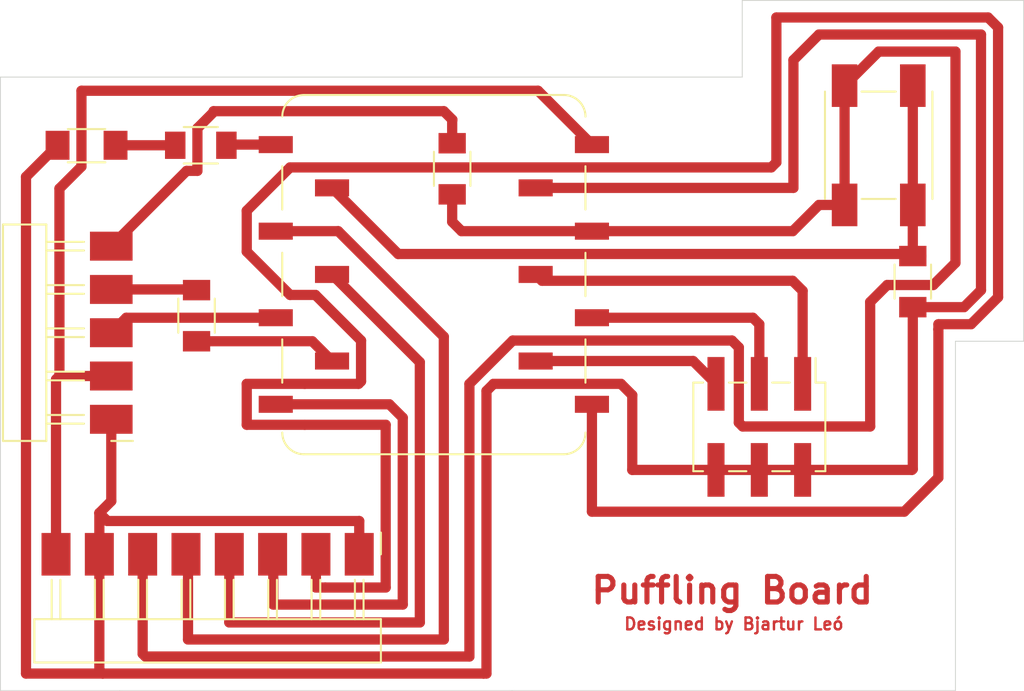
<source format=kicad_pcb>
(kicad_pcb (version 20241229) (generator "pcbnew") (generator_version "9.0")
  (layers (0 "F.Cu" signal) (2 "B.Cu" signal) (13 "F.Paste" user) (15 "B.Paste" user) (5 "F.SilkS" user "F.Silkscreen") (7 "B.SilkS" user "B.Silkscreen") (1 "F.Mask" user) (3 "B.Mask" user) (25 "Edge.Cuts" user))
  (net 0 "")
  (net 1 "Net-(D1-A)")
  (net 2 "/MAIN-4")
  (net 3 "PWR_GND")
  (net 4 "/MAIN-3")
  (net 5 "/MAIN-2")
  (net 6 "/MAIN-1")
  (net 7 "5V")
  (net 8 "3V")
  (net 9 "/SDA")
  (net 10 "/VERTICAL-3")
  (net 11 "/VERTICAL-1")
  (net 12 "/VERTICAL-2")
  (net 13 "/BUTTON")
  (net 14 "/SCL")
  (net 15 "/LED")
  (footprint "fab:PinHeader_01x08_P2.54mm_Horizontal_SMD" (layer "F.Cu") (at 130.54 84.5 -90)
    (property "Reference" "J2" (hide yes))
    (property "Value" "MAIN PINHEADER" (hide yes))
    (fp_line (start 3.81 19.05) (end 3.81 -1.27) (stroke (width 0.12)) (layer "F.SilkS"))
    (fp_line (start 6.35 19.05) (end 3.81 19.05) (stroke (width 0.12)) (layer "F.SilkS"))
    (fp_line (start 3.81 18.034) (end 1.5 18.034) (stroke (width 0.12)) (layer "F.SilkS"))
    (fp_line (start 3.81 17.526) (end 1.5 17.526) (stroke (width 0.12)) (layer "F.SilkS"))
    (fp_line (start 3.81 15.494) (end 1.5 15.5) (stroke (width 0.12)) (layer "F.SilkS"))
    (fp_line (start 3.81 14.986) (end 1.5 14.986) (stroke (width 0.12)) (layer "F.SilkS"))
    (fp_line (start 3.81 12.954) (end 1.5 12.954) (stroke (width 0.12)) (layer "F.SilkS"))
    (fp_line (start 3.81 12.446) (end 1.5 12.446) (stroke (width 0.12)) (layer "F.SilkS"))
    (fp_line (start 3.81 10.414) (end 1.5 10.414) (stroke (width 0.12)) (layer "F.SilkS"))
    (fp_line (start 3.81 9.906) (end 1.5 9.906) (stroke (width 0.12)) (layer "F.SilkS"))
    (fp_line (start 3.81 7.874) (end 1.5 7.874) (stroke (width 0.12)) (layer "F.SilkS"))
    (fp_line (start 3.81 7.366) (end 1.5 7.366) (stroke (width 0.12)) (layer "F.SilkS"))
    (fp_line (start 3.81 5.334) (end 1.5 5.334) (stroke (width 0.12)) (layer "F.SilkS"))
    (fp_line (start 3.81 4.826) (end 1.5 4.826) (stroke (width 0.12)) (layer "F.SilkS"))
    (fp_line (start 3.81 2.794) (end 1.5 2.794) (stroke (width 0.12)) (layer "F.SilkS"))
    (fp_line (start 3.81 2.286) (end 1.5 2.286) (stroke (width 0.12)) (layer "F.SilkS"))
    (fp_line (start 3.81 0.254) (end 1.5 0.254) (stroke (width 0.12)) (layer "F.SilkS"))
    (fp_line (start 3.81 -0.254) (end 1.5 -0.254) (stroke (width 0.12)) (layer "F.SilkS"))
    (fp_line (start -1.27 -1.27) (end 0 -1.27) (stroke (width 0.12)) (layer "F.SilkS"))
    (fp_line (start 3.81 -1.27) (end 6.35 -1.27) (stroke (width 0.12)) (layer "F.SilkS"))
    (fp_line (start 6.35 -1.27) (end 6.35 19.05) (stroke (width 0.12)) (layer "F.SilkS"))
    (pad "1" smd rect (at 0 0 270) (size 2.5 1.7) (layers "F.Cu" "F.Mask" "F.Paste") (net 3 "PWR_GND"))
    (pad "2" smd rect (at 0 2.54 270) (size 2.5 1.7) (layers "F.Cu" "F.Mask" "F.Paste") (net 2 "/MAIN-4"))
    (pad "3" smd rect (at 0 5.08 270) (size 2.5 1.7) (layers "F.Cu" "F.Mask" "F.Paste") (net 4 "/MAIN-3"))
    (pad "4" smd rect (at 0 7.62 270) (size 2.5 1.7) (layers "F.Cu" "F.Mask" "F.Paste") (net 5 "/MAIN-2"))
    (pad "5" smd rect (at 0 10.16 270) (size 2.5 1.7) (layers "F.Cu" "F.Mask" "F.Paste") (net 6 "/MAIN-1"))
    (pad "6" smd rect (at 0 12.7 270) (size 2.5 1.7) (layers "F.Cu" "F.Mask" "F.Paste") (net 8 "3V"))
    (pad "7" smd rect (at 0 15.24 270) (size 2.5 1.7) (layers "F.Cu" "F.Mask" "F.Paste") (net 3 "PWR_GND"))
    (pad "8" smd rect (at 0 17.78 270) (size 2.5 1.7) (layers "F.Cu" "F.Mask" "F.Paste") (net 7 "5V"))
  )
  (footprint "fab:Module_XIAO_Generic_SocketSMD" (layer "F.Cu") (at 134.915 68.08)
    (property "Reference" "M2" (hide yes))
    (property "Value" "XIAO" (hide yes))
    (fp_line (start -8.89 -6.35) (end -8.89 -3.81) (stroke (width 0.12)) (layer "F.SilkS"))
    (fp_line (start -8.89 -1.27) (end -8.89 1.27) (stroke (width 0.12)) (layer "F.SilkS"))
    (fp_line (start -8.89 3.81) (end -8.89 6.35) (stroke (width 0.12)) (layer "F.SilkS"))
    (fp_line (start -7.6175 -10.531) (end 7.6225 -10.531) (stroke (width 0.12)) (layer "F.SilkS"))
    (fp_line (start 7.6225 10.551) (end -7.6175 10.551) (stroke (width 0.12)) (layer "F.SilkS"))
    (fp_line (start 8.89 -6.35) (end 8.89 -3.81) (stroke (width 0.12)) (layer "F.SilkS"))
    (fp_line (start 8.89 -1.27) (end 8.89 1.27) (stroke (width 0.12)) (layer "F.SilkS"))
    (fp_line (start 8.89 3.81) (end 8.89 6.35) (stroke (width 0.12)) (layer "F.SilkS"))
    (fp_arc (start -8.8875 -9.261) (mid -8.515526 -10.159026) (end -7.6175 -10.531) (stroke (width 0.12)) (layer "F.SilkS"))
    (fp_arc (start -7.6175 10.551) (mid -8.515526 10.179026) (end -8.8875 9.281) (stroke (width 0.12)) (layer "F.SilkS"))
    (fp_arc (start 7.6225 -10.531) (mid 8.520526 -10.159026) (end 8.8925 -9.261) (stroke (width 0.12)) (layer "F.SilkS"))
    (fp_arc (start 8.8925 9.281) (mid 8.520526 10.179026) (end 7.6225 10.551) (stroke (width 0.12)) (layer "F.SilkS"))
    (pad "1" smd rect (at -9.27 -7.62) (size 2 1) (layers "F.Cu" "F.Mask" "F.Paste") (net 15 "/LED"))
    (pad "2" smd rect (at -5.97 -5.08) (size 2 1) (layers "F.Cu" "F.Mask" "F.Paste") (net 13 "/BUTTON"))
    (pad "3" smd rect (at -9.27 -2.54) (size 2 1) (layers "F.Cu" "F.Mask" "F.Paste") (net 6 "/MAIN-1"))
    (pad "4" smd rect (at -5.97 0) (size 2 1) (layers "F.Cu" "F.Mask" "F.Paste") (net 5 "/MAIN-2"))
    (pad "5" smd rect (at -9.27 2.54) (size 2 1) (layers "F.Cu" "F.Mask" "F.Paste") (net 9 "/SDA"))
    (pad "6" smd rect (at -5.97 5.08) (size 2 1) (layers "F.Cu" "F.Mask" "F.Paste") (net 14 "/SCL"))
    (pad "7" smd rect (at -9.27 7.62) (size 2 1) (layers "F.Cu" "F.Mask" "F.Paste") (net 4 "/MAIN-3"))
    (pad "8" smd rect (at 9.27 7.62) (size 2 1) (layers "F.Cu" "F.Mask" "F.Paste") (net 2 "/MAIN-4"))
    (pad "9" smd rect (at 5.97 5.08) (size 2 1) (layers "F.Cu" "F.Mask" "F.Paste") (net 10 "/VERTICAL-3"))
    (pad "10" smd rect (at 9.27 2.54) (size 2 1) (layers "F.Cu" "F.Mask" "F.Paste") (net 12 "/VERTICAL-2"))
    (pad "11" smd rect (at 5.97 0) (size 2 1) (layers "F.Cu" "F.Mask" "F.Paste") (net 11 "/VERTICAL-1"))
    (pad "12" smd rect (at 9.27 -2.54) (size 2 1) (layers "F.Cu" "F.Mask" "F.Paste") (net 8 "3V"))
    (pad "13" smd rect (at 5.97 -5.08) (size 2 1) (layers "F.Cu" "F.Mask" "F.Paste") (net 3 "PWR_GND"))
    (pad "14" smd rect (at 9.27 -7.62) (size 2 1) (layers "F.Cu" "F.Mask" "F.Paste") (net 7 "5V"))
  )
  (footprint "fab:R_1206" (layer "F.Cu") (at 135.99 61.88 -90)
    (property "Reference" "R4" (hide yes))
    (property "Value" "R0" (hide yes))
    (fp_line (start 1 1.07) (end -1 1.07) (stroke (width 0.12)) (layer "F.SilkS"))
    (fp_line (start -1 -1.07) (end 1 -1.07) (stroke (width 0.12)) (layer "F.SilkS"))
    (pad "1" smd rect (at -1.5 0 270) (size 1.2 1.6) (layers "F.Cu" "F.Mask" "F.Paste") (net 8 "3V"))
    (pad "2" smd rect (at 1.5 0 270) (size 1.2 1.6) (layers "F.Cu" "F.Mask" "F.Paste") (net 8 "3V"))
  )
  (footprint "fab:PinHeader_01x05_P2.54mm_Horizontal_SMD" (layer "F.Cu") (at 116 76.58 180)
    (property "Reference" "J3" (hide yes))
    (property "Value" "I2C" (hide yes))
    (fp_line (start 6.35 11.43) (end 3.81 11.43) (stroke (width 0.12)) (layer "F.SilkS"))
    (fp_line (start 6.35 -1.27) (end 6.35 11.43) (stroke (width 0.12)) (layer "F.SilkS"))
    (fp_line (start 3.81 11.43) (end 3.81 -1.27) (stroke (width 0.12)) (layer "F.SilkS"))
    (fp_line (start 3.81 10.414) (end 1.6 10.414) (stroke (width 0.12)) (layer "F.SilkS"))
    (fp_line (start 3.81 9.906) (end 1.6 9.906) (stroke (width 0.12)) (layer "F.SilkS"))
    (fp_line (start 3.81 7.874) (end 1.6 7.874) (stroke (width 0.12)) (layer "F.SilkS"))
    (fp_line (start 3.81 7.366) (end 1.6 7.366) (stroke (width 0.12)) (layer "F.SilkS"))
    (fp_line (start 3.81 5.334) (end 1.6 5.334) (stroke (width 0.12)) (layer "F.SilkS"))
    (fp_line (start 3.81 4.826) (end 1.6 4.826) (stroke (width 0.12)) (layer "F.SilkS"))
    (fp_line (start 3.81 2.794) (end 1.6 2.794) (stroke (width 0.12)) (layer "F.SilkS"))
    (fp_line (start 3.81 2.286) (end 1.6 2.286) (stroke (width 0.12)) (layer "F.SilkS"))
    (fp_line (start 3.81 0.254) (end 1.6 0.254) (stroke (width 0.12)) (layer "F.SilkS"))
    (fp_line (start 3.81 -0.254) (end 1.6 -0.254) (stroke (width 0.12)) (layer "F.SilkS"))
    (fp_line (start 3.81 -1.27) (end 6.35 -1.27) (stroke (width 0.12)) (layer "F.SilkS"))
    (fp_line (start -1.27 -1.27) (end 0 -1.27) (stroke (width 0.12)) (layer "F.SilkS"))
    (pad "1" smd rect (at 0 0 180) (size 2.5 1.7) (layers "F.Cu" "F.Mask" "F.Paste") (net 3 "PWR_GND"))
    (pad "2" smd rect (at 0 2.54 180) (size 2.5 1.7) (layers "F.Cu" "F.Mask" "F.Paste") (net 7 "5V"))
    (pad "3" smd rect (at 0 5.08 180) (size 2.5 1.7) (layers "F.Cu" "F.Mask" "F.Paste") (net 9 "/SDA"))
    (pad "4" smd rect (at 0 7.62 180) (size 2.5 1.7) (layers "F.Cu" "F.Mask" "F.Paste") (net 14 "/SCL"))
    (pad "5" smd rect (at 0 10.16 180) (size 2.5 1.7) (layers "F.Cu" "F.Mask" "F.Paste") (net 8 "3V"))
  )
  (footprint "fab:PinHeader_02x03_P2.54mm_Vertical_SMD" (layer "F.Cu") (at 154 77.025 -90)
    (property "Reference" "J4" (hide yes))
    (property "Value" "PINHEADER VERT" (hide yes))
    (fp_line (start -2.6 3.87) (end 2.6 3.87) (stroke (width 0.12)) (layer "F.SilkS"))
    (fp_line (start -2.6 3.3) (end -2.6 3.87) (stroke (width 0.12)) (layer "F.SilkS"))
    (fp_line (start 2.6 3.3) (end 2.6 3.87) (stroke (width 0.12)) (layer "F.SilkS"))
    (fp_line (start -2.6 0.76) (end -2.6 1.78) (stroke (width 0.12)) (layer "F.SilkS"))
    (fp_line (start 2.6 0.76) (end 2.6 1.78) (stroke (width 0.12)) (layer "F.SilkS"))
    (fp_line (start -2.6 -1.78) (end -2.6 -0.76) (stroke (width 0.12)) (layer "F.SilkS"))
    (fp_line (start 2.6 -1.78) (end 2.6 -0.76) (stroke (width 0.12)) (layer "F.SilkS"))
    (fp_line (start -4.04 -3.3) (end -2.6 -3.3) (stroke (width 0.12)) (layer "F.SilkS"))
    (fp_line (start -2.6 -3.87) (end -2.6 -3.3) (stroke (width 0.12)) (layer "F.SilkS"))
    (fp_line (start -2.6 -3.87) (end 2.6 -3.87) (stroke (width 0.12)) (layer "F.SilkS"))
    (fp_line (start 2.6 -3.87) (end 2.6 -3.3) (stroke (width 0.12)) (layer "F.SilkS"))
    (pad "1" smd rect (at -2.525 -2.54 270) (size 3.15 1) (layers "F.Cu" "F.Mask" "F.Paste") (net 11 "/VERTICAL-1"))
    (pad "2" smd rect (at 2.525 -2.54 270) (size 3.15 1) (layers "F.Cu" "F.Mask" "F.Paste") (net 3 "PWR_GND"))
    (pad "3" smd rect (at -2.525 0 270) (size 3.15 1) (layers "F.Cu" "F.Mask" "F.Paste") (net 12 "/VERTICAL-2"))
    (pad "4" smd rect (at 2.525 0 270) (size 3.15 1) (layers "F.Cu" "F.Mask" "F.Paste") (net 3 "PWR_GND"))
    (pad "5" smd rect (at -2.525 2.54 270) (size 3.15 1) (layers "F.Cu" "F.Mask" "F.Paste") (net 10 "/VERTICAL-3"))
    (pad "6" smd rect (at 2.525 2.54 270) (size 3.15 1) (layers "F.Cu" "F.Mask" "F.Paste") (net 3 "PWR_GND"))
  )
  (footprint "fab:R_1206" (layer "F.Cu") (at 163 68.5 90)
    (property "Reference" "R1" (hide yes))
    (property "Value" "R470" (hide yes))
    (fp_line (start -1 -1.07) (end 1 -1.07) (stroke (width 0.12)) (layer "F.SilkS"))
    (fp_line (start 1 1.07) (end -1 1.07) (stroke (width 0.12)) (layer "F.SilkS"))
    (pad "1" smd rect (at -1.5 0 90) (size 1.2 1.6) (layers "F.Cu" "F.Mask" "F.Paste") (net 3 "PWR_GND"))
    (pad "2" smd rect (at 1.5 0 90) (size 1.2 1.6) (layers "F.Cu" "F.Mask" "F.Paste") (net 13 "/BUTTON"))
  )
  (footprint "fab:R_1206" (layer "F.Cu") (at 121 70.5 90)
    (property "Reference" "R3" (hide yes))
    (property "Value" "R0" (hide yes))
    (fp_line (start -1 -1.07) (end 1 -1.07) (stroke (width 0.12)) (layer "F.SilkS"))
    (fp_line (start 1 1.07) (end -1 1.07) (stroke (width 0.12)) (layer "F.SilkS"))
    (pad "1" smd rect (at -1.5 0 90) (size 1.2 1.6) (layers "F.Cu" "F.Mask" "F.Paste") (net 14 "/SCL"))
    (pad "2" smd rect (at 1.5 0 90) (size 1.2 1.6) (layers "F.Cu" "F.Mask" "F.Paste") (net 14 "/SCL"))
  )
  (footprint "fab:Button_Omron_B3SN_6.0x6.0mm" (layer "F.Cu") (at 161 60.5 -90)
    (property "Reference" "SW1" (hide yes))
    (property "Value" "BUTTON" (hide yes))
    (fp_line (start 3.15 3.15) (end -3.15 3.15) (stroke (width 0.12)) (layer "F.SilkS"))
    (fp_line (start -3.15 1) (end -3.15 -1) (stroke (width 0.12)) (layer "F.SilkS"))
    (fp_line (start 3.15 -1) (end 3.15 1) (stroke (width 0.12)) (layer "F.SilkS"))
    (fp_line (start -3.15 -3.15) (end 3.15 -3.15) (stroke (width 0.12)) (layer "F.SilkS"))
    (pad "1" smd rect (at -3.5 -2 270) (size 2.5 1.5) (layers "F.Cu" "F.Mask" "F.Paste") (net 13 "/BUTTON"))
    (pad "1" smd rect (at 3.5 -2 270) (size 2.5 1.5) (layers "F.Cu" "F.Mask" "F.Paste") (net 13 "/BUTTON"))
    (pad "2" smd rect (at -3.5 2 270) (size 2.5 1.5) (layers "F.Cu" "F.Mask" "F.Paste") (net 8 "3V"))
    (pad "2" smd rect (at 3.5 2 270) (size 2.5 1.5) (layers "F.Cu" "F.Mask" "F.Paste") (net 8 "3V"))
  )
  (footprint "fab:LED_1206" (layer "F.Cu") (at 114.55 60.5)
    (property "Reference" "D1" (hide yes))
    (property "Value" "LED 1206" (hide yes))
    (fp_line (start -1.1 -0.95) (end 1.1 -0.95) (stroke (width 0.12)) (layer "F.SilkS"))
    (fp_line (start -1.1 1) (end 1.1 1) (stroke (width 0.12)) (layer "F.SilkS"))
    (pad "1" smd rect (at -1.7 0) (size 1.4 1.7) (layers "F.Cu" "F.Mask" "F.Paste") (net 3 "PWR_GND"))
    (pad "2" smd rect (at 1.7 0) (size 1.4 1.7) (layers "F.Cu" "F.Mask" "F.Paste") (net 1 "Net-(D1-A)"))
  )
  (footprint "fab:R_1206" (layer "F.Cu") (at 121.25 60.5)
    (property "Reference" "R2" (hide yes))
    (property "Value" "R1K1" (hide yes))
    (fp_line (start -1 -1.07) (end 1 -1.07) (stroke (width 0.12)) (layer "F.SilkS"))
    (fp_line (start 1 1.07) (end -1 1.07) (stroke (width 0.12)) (layer "F.SilkS"))
    (pad "1" smd rect (at -1.5 0) (size 1.2 1.6) (layers "F.Cu" "F.Mask" "F.Paste") (net 1 "Net-(D1-A)"))
    (pad "2" smd rect (at 1.5 0) (size 1.2 1.6) (layers "F.Cu" "F.Mask" "F.Paste") (net 15 "/LED"))
  )
  (gr_line (start 109.5 92.5) (end 109.5 56.5) (stroke (width 0.05)) (layer "Edge.Cuts"))
  (gr_line (start 139.5 92.5) (end 116.5 92.5) (stroke (width 0.05)) (layer "Edge.Cuts"))
  (gr_line (start 165.5 72) (end 165.5 83) (stroke (width 0.05)) (layer "Edge.Cuts"))
  (gr_line (start 153 56.5) (end 153 52) (stroke (width 0.05)) (layer "Edge.Cuts"))
  (gr_line (start 116.5 92.5) (end 109.5 92.5) (stroke (width 0.05)) (layer "Edge.Cuts"))
  (gr_line (start 165.5 83) (end 165.5 92.5) (stroke (width 0.05)) (layer "Edge.Cuts"))
  (gr_line (start 169.5 72) (end 165.5 72) (stroke (width 0.05)) (layer "Edge.Cuts"))
  (gr_line (start 153 52) (end 169.5 52) (stroke (width 0.05)) (layer "Edge.Cuts"))
  (gr_line (start 109.5 56.5) (end 153 56.5) (stroke (width 0.05)) (layer "Edge.Cuts"))
  (gr_line (start 165.5 92.5) (end 139.5 92.5) (stroke (width 0.05)) (layer "Edge.Cuts"))
  (gr_line (start 169.5 52) (end 169.5 72) (stroke (width 0.05)) (layer "Edge.Cuts"))
  (gr_text "Designed by Bjartur Leó" (at 146 89 0) (layer "F.Cu") (effects (font (size 0.7 0.7) (thickness 0.14) (bold yes)) (justify left bottom)))
  (gr_text "Puffling Board" (at 144 87.5 0) (layer "F.Cu") (effects (font (size 1.5 1.5) (thickness 0.3) (bold yes)) (justify left bottom)))
  (segment (start 119.75 60.5) (end 116.25 60.5) (width 0.6) (layer "F.Cu") (net 1))
  (segment (start 164.501 71.001) (end 164.501 71.301) (width 0.6) (layer "F.Cu") (net 2))
  (segment (start 168 53.586372) (end 168 69.415628) (width 0.6) (layer "F.Cu") (net 2))
  (segment (start 128.549 86.451) (end 132.091 86.451) (width 0.6) (layer "F.Cu") (net 2))
  (segment (start 164.5 71.301) (end 164.5 80) (width 0.6) (layer "F.Cu") (net 2))
  (segment (start 127.346 76.901) (end 123.944 76.901) (width 0.6) (layer "F.Cu") (net 2))
  (segment (start 154.701 61.799) (end 155 61.5) (width 0.6) (layer "F.Cu") (net 2))
  (segment (start 127.968 69.281) (end 126.484 69.281) (width 0.6) (layer "F.Cu") (net 2))
  (segment (start 123.944 66.741) (end 123.944 64.339) (width 0.6) (layer "F.Cu") (net 2))
  (segment (start 126.484 69.281) (end 123.944 66.741) (width 0.6) (layer "F.Cu") (net 2))
  (segment (start 167.413628 53) (end 168 53.586372) (width 0.6) (layer "F.Cu") (net 2))
  (segment (start 144.185 82) (end 144.185 75.7) (width 0.6) (layer "F.Cu") (net 2))
  (segment (start 130.646 74.354) (end 130.646 71.959) (width 0.6) (layer "F.Cu") (net 2))
  (segment (start 132.091 86.451) (end 132.091 76.901) (width 0.6) (layer "F.Cu") (net 2))
  (segment (start 168 69.415628) (end 166.414628 71.001) (width 0.6) (layer "F.Cu") (net 2))
  (segment (start 164.5 80) (end 162.5 82) (width 0.6) (layer "F.Cu") (net 2))
  (segment (start 132.091 76.901) (end 127.346 76.901) (width 0.6) (layer "F.Cu") (net 2))
  (segment (start 123.944 64.339) (end 126.484 61.799) (width 0.6) (layer "F.Cu") (net 2))
  (segment (start 123.944 76.901) (end 123.944 74.499) (width 0.6) (layer "F.Cu") (net 2))
  (segment (start 126.484 61.799) (end 154.701 61.799) (width 0.6) (layer "F.Cu") (net 2))
  (segment (start 162.5 82) (end 144.185 82) (width 0.6) (layer "F.Cu") (net 2))
  (segment (start 128 86.451) (end 128.549 86.451) (width 0.6) (layer "F.Cu") (net 2))
  (segment (start 130.501 74.499) (end 130.646 74.354) (width 0.6) (layer "F.Cu") (net 2))
  (segment (start 130.646 71.959) (end 127.968 69.281) (width 0.6) (layer "F.Cu") (net 2))
  (segment (start 155 53) (end 167.413628 53) (width 0.6) (layer "F.Cu") (net 2))
  (segment (start 166.414628 71.001) (end 164.501 71.001) (width 0.6) (layer "F.Cu") (net 2))
  (segment (start 164.501 71.301) (end 164.5 71.301) (width 0.6) (layer "F.Cu") (net 2))
  (segment (start 155 61.5) (end 155 53) (width 0.6) (layer "F.Cu") (net 2))
  (segment (start 123.944 74.499) (end 127.346 74.499) (width 0.6) (layer "F.Cu") (net 2))
  (segment (start 127.346 74.499) (end 130.501 74.499) (width 0.6) (layer "F.Cu") (net 2))
  (segment (start 128 84.5) (end 128 86.451) (width 0.6) (layer "F.Cu") (net 2))
  (segment (start 163 79.5) (end 162.95 79.55) (width 0.6) (layer "F.Cu") (net 3))
  (segment (start 112.85 60.5) (end 111 62.35) (width 0.6) (layer "F.Cu") (net 3))
  (segment (start 156 63) (end 140.885 63) (width 0.6) (layer "F.Cu") (net 3))
  (segment (start 115.3 82.08) (end 115.3 84.5) (width 0.6) (layer "F.Cu") (net 3))
  (segment (start 162.95 79.55) (end 156.54 79.55) (width 0.6) (layer "F.Cu") (net 3))
  (segment (start 166 70) (end 166.999 69.001) (width 0.6) (layer "F.Cu") (net 3))
  (segment (start 163 70) (end 163 79.5) (width 0.6) (layer "F.Cu") (net 3))
  (segment (start 157.499 54.001) (end 156 55.5) (width 0.6) (layer "F.Cu") (net 3))
  (segment (start 156 55.5) (end 156 63) (width 0.6) (layer "F.Cu") (net 3))
  (segment (start 138.001 91.5) (end 137.830256 91.5) (width 0.6) (layer "F.Cu") (net 3))
  (segment (start 137.830256 91.5) (end 137.829256 91.501) (width 0.6) (layer "F.Cu") (net 3))
  (segment (start 138.417628 74.499) (end 138.001 74.915628) (width 0.6) (layer "F.Cu") (net 3))
  (segment (start 166.999 69.001) (end 166.999 54.001) (width 0.6) (layer "F.Cu") (net 3))
  (segment (start 163 70) (end 166 70) (width 0.6) (layer "F.Cu") (net 3))
  (segment (start 145.886 74.499) (end 138.417628 74.499) (width 0.6) (layer "F.Cu") (net 3))
  (segment (start 146.55 75.163) (end 145.886 74.499) (width 0.6) (layer "F.Cu") (net 3))
  (segment (start 115.3 91.301) (end 115.5 91.501) (width 0.6) (layer "F.Cu") (net 3))
  (segment (start 138.001 74.915628) (end 138.001 91.5) (width 0.6) (layer "F.Cu") (net 3))
  (segment (start 146.55 79.55) (end 146.55 75.163) (width 0.6) (layer "F.Cu") (net 3))
  (segment (start 137.829256 91.501) (end 115.5 91.501) (width 0.6) (layer "F.Cu") (net 3))
  (segment (start 130.54 82.549) (end 130.54 84.5) (width 0.6) (layer "F.Cu") (net 3))
  (segment (start 116 81.38) (end 116 76.58) (width 0.6) (layer "F.Cu") (net 3))
  (segment (start 156.54 79.55) (end 154 79.55) (width 0.6) (layer "F.Cu") (net 3))
  (segment (start 166.999 54.001) (end 157.499 54.001) (width 0.6) (layer "F.Cu") (net 3))
  (segment (start 154 79.55) (end 151.46 79.55) (width 0.6) (layer "F.Cu") (net 3))
  (segment (start 111 62.35) (end 111 91.501) (width 0.6) (layer "F.Cu") (net 3))
  (segment (start 115.3 82.08) (end 115.769 82.549) (width 0.6) (layer "F.Cu") (net 3))
  (segment (start 151.46 79.55) (end 146.55 79.55) (width 0.6) (layer "F.Cu") (net 3))
  (segment (start 115.5 91.501) (end 111 91.501) (width 0.6) (layer "F.Cu") (net 3))
  (segment (start 115.769 82.549) (end 130.54 82.549) (width 0.6) (layer "F.Cu") (net 3))
  (segment (start 115.3 84.5) (end 115.3 91.301) (width 0.6) (layer "F.Cu") (net 3))
  (segment (start 115.3 82.08) (end 116 81.38) (width 0.6) (layer "F.Cu") (net 3))
  (segment (start 125.645 84.315) (end 125.46 84.5) (width 0.6) (layer "F.Cu") (net 4))
  (segment (start 125.5 84.54) (end 125.46 84.5) (width 0.6) (layer "F.Cu") (net 4))
  (segment (start 125.5 87.452) (end 125.5 84.54) (width 0.6) (layer "F.Cu") (net 4))
  (segment (start 133.092 76.486372) (end 133.092 87.452) (width 0.6) (layer "F.Cu") (net 4))
  (segment (start 125.645 75.7) (end 132.305628 75.7) (width 0.6) (layer "F.Cu") (net 4))
  (segment (start 133.092 87.452) (end 125.5 87.452) (width 0.6) (layer "F.Cu") (net 4))
  (segment (start 132.305628 75.7) (end 133.092 76.486372) (width 0.6) (layer "F.Cu") (net 4))
  (segment (start 134.093 88.5) (end 134.093 73.228) (width 0.6) (layer "F.Cu") (net 5))
  (segment (start 122.92 84.5) (end 122.92 88.5) (width 0.6) (layer "F.Cu") (net 5))
  (segment (start 134.093 73.228) (end 128.945 68.08) (width 0.6) (layer "F.Cu") (net 5))
  (segment (start 122.92 88.5) (end 134.093 88.5) (width 0.6) (layer "F.Cu") (net 5))
  (segment (start 125.645 65.54) (end 129.307 65.54) (width 0.6) (layer "F.Cu") (net 6))
  (segment (start 135.5 71.733) (end 135.5 89.5) (width 0.6) (layer "F.Cu") (net 6))
  (segment (start 120.5 84.62) (end 120.38 84.5) (width 0.6) (layer "F.Cu") (net 6))
  (segment (start 120.5 89.5) (end 120.5 84.62) (width 0.6) (layer "F.Cu") (net 6))
  (segment (start 135.5 89.5) (end 120.5 89.5) (width 0.6) (layer "F.Cu") (net 6))
  (segment (start 129.307 65.54) (end 135.5 71.733) (width 0.6) (layer "F.Cu") (net 6))
  (segment (start 112.96 74.04) (end 112.96 63.04) (width 0.6) (layer "F.Cu") (net 7))
  (segment (start 116 74.04) (end 112.96 74.04) (width 0.6) (layer "F.Cu") (net 7))
  (segment (start 112.76 74.24) (end 112.76 84.5) (width 0.6) (layer "F.Cu") (net 7))
  (segment (start 144.185 60.46) (end 141.026 57.301) (width 0.6) (layer "F.Cu") (net 7))
  (segment (start 115.038 74.04) (end 116 74.04) (width 0.6) (layer "F.Cu") (net 7))
  (segment (start 141.026 57.301) (end 114.251 57.301) (width 0.6) (layer "F.Cu") (net 7))
  (segment (start 112.96 63.04) (end 114.251 61.749) (width 0.6) (layer "F.Cu") (net 7))
  (segment (start 112.96 74.04) (end 112.76 74.24) (width 0.6) (layer "F.Cu") (net 7))
  (segment (start 114.251 61.749) (end 114.251 57.301) (width 0.6) (layer "F.Cu") (net 7))
  (segment (start 121.051 62.001) (end 120.419 62.001) (width 0.6) (layer "F.Cu") (net 8))
  (segment (start 120.419 62.001) (end 116 66.42) (width 0.6) (layer "F.Cu") (net 8))
  (segment (start 139.542 71.959) (end 137 74.501) (width 0.6) (layer "F.Cu") (net 8))
  (segment (start 165.502 55.002) (end 165.502 67.398) (width 0.6) (layer "F.Cu") (net 8))
  (segment (start 137 74.501) (end 137 90.5) (width 0.6) (layer "F.Cu") (net 8))
  (segment (start 136 59) (end 135.99 59.01) (width 0.6) (layer "F.Cu") (net 8))
  (segment (start 152.396 71.959) (end 139.542 71.959) (width 0.6) (layer "F.Cu") (net 8))
  (segment (start 159 57) (end 159 64) (width 0.6) (layer "F.Cu") (net 8))
  (segment (start 165.502 67.398) (end 164.201 68.699) (width 0.6) (layer "F.Cu") (net 8))
  (segment (start 136 59) (end 135.5 58.5) (width 0.6) (layer "F.Cu") (net 8))
  (segment (start 137 90.5) (end 118 90.5) (width 0.6) (layer "F.Cu") (net 8))
  (segment (start 160.5 69.698) (end 160.5 77) (width 0.6) (layer "F.Cu") (net 8))
  (segment (start 159 57) (end 160.998 55.002) (width 0.6) (layer "F.Cu") (net 8))
  (segment (start 155.96 65.54) (end 144.185 65.54) (width 0.6) (layer "F.Cu") (net 8))
  (segment (start 164.201 68.699) (end 161.499 68.699) (width 0.6) (layer "F.Cu") (net 8))
  (segment (start 135.99 64.99) (end 135.99 63.38) (width 0.6) (layer "F.Cu") (net 8))
  (segment (start 122 58.551) (end 121.051 59.5) (width 0.6) (layer "F.Cu") (net 8))
  (segment (start 160.5 77) (end 153.023 77) (width 0.6) (layer "F.Cu") (net 8))
  (segment (start 152.799 76.776) (end 152.799 72.362) (width 0.6) (layer "F.Cu") (net 8))
  (segment (start 121.051 59.5) (end 121.051 62.001) (width 0.6) (layer "F.Cu") (net 8))
  (segment (start 159 64) (end 157.5 64) (width 0.6) (layer "F.Cu") (net 8))
  (segment (start 122 58.5) (end 122 58.551) (width 0.6) (layer "F.Cu") (net 8))
  (segment (start 144.185 65.54) (end 136.54 65.54) (width 0.6) (layer "F.Cu") (net 8))
  (segment (start 161.499 68.699) (end 160.5 69.698) (width 0.6) (layer "F.Cu") (net 8))
  (segment (start 153.023 77) (end 152.799 76.776) (width 0.6) (layer "F.Cu") (net 8))
  (segment (start 157.5 64) (end 155.96 65.54) (width 0.6) (layer "F.Cu") (net 8))
  (segment (start 135.99 59.01) (end 135.99 60.38) (width 0.6) (layer "F.Cu") (net 8))
  (segment (start 117.84 90.34) (end 117.84 84.5) (width 0.6) (layer "F.Cu") (net 8))
  (segment (start 136.54 65.54) (end 135.99 64.99) (width 0.6) (layer "F.Cu") (net 8))
  (segment (start 135.5 58.5) (end 122 58.5) (width 0.6) (layer "F.Cu") (net 8))
  (segment (start 118 90.5) (end 117.84 90.34) (width 0.6) (layer "F.Cu") (net 8))
  (segment (start 160.998 55.002) (end 165.502 55.002) (width 0.6) (layer "F.Cu") (net 8))
  (segment (start 152.799 72.362) (end 152.396 71.959) (width 0.6) (layer "F.Cu") (net 8))
  (segment (start 116 71.5) (end 116.88 70.62) (width 0.6) (layer "F.Cu") (net 9))
  (segment (start 116.88 70.62) (end 125.645 70.62) (width 0.6) (layer "F.Cu") (net 9))
  (segment (start 125.525 70.5) (end 125.645 70.62) (width 0.6) (layer "F.Cu") (net 9))
  (segment (start 140.885 73.16) (end 150.12 73.16) (width 0.6) (layer "F.Cu") (net 10))
  (segment (start 150.12 73.16) (end 151.46 74.5) (width 0.6) (layer "F.Cu") (net 10))
  (segment (start 140.885 68.08) (end 141.256 68.451) (width 0.6) (layer "F.Cu") (net 11))
  (segment (start 156.54 69.04) (end 156.54 74.5) (width 0.6) (layer "F.Cu") (net 11))
  (segment (start 141.256 68.451) (end 155.951 68.451) (width 0.6) (layer "F.Cu") (net 11))
  (segment (start 155.951 68.451) (end 156.54 69.04) (width 0.6) (layer "F.Cu") (net 11))
  (segment (start 153.62 70.62) (end 154 71) (width 0.6) (layer "F.Cu") (net 12))
  (segment (start 144.185 70.62) (end 153.62 70.62) (width 0.6) (layer "F.Cu") (net 12))
  (segment (start 154 71) (end 154 74.5) (width 0.6) (layer "F.Cu") (net 12))
  (segment (start 163 67) (end 163 64) (width 0.6) (layer "F.Cu") (net 13))
  (segment (start 132.824 66.879) (end 128.945 63) (width 0.6) (layer "F.Cu") (net 13))
  (segment (start 162.879 66.879) (end 132.824 66.879) (width 0.6) (layer "F.Cu") (net 13))
  (segment (start 163 64) (end 163 57) (width 0.6) (layer "F.Cu") (net 13))
  (segment (start 163.379 66.879) (end 163.5 67) (width 0.6) (layer "F.Cu") (net 13))
  (segment (start 163 67) (end 162.879 66.879) (width 0.6) (layer "F.Cu") (net 13))
  (segment (start 120.96 68.96) (end 121 69) (width 0.6) (layer "F.Cu") (net 14))
  (segment (start 127.785 72) (end 128.945 73.16) (width 0.6) (layer "F.Cu") (net 14))
  (segment (start 116 68.96) (end 120.96 68.96) (width 0.6) (layer "F.Cu") (net 14))
  (segment (start 121 72) (end 127.785 72) (width 0.6) (layer "F.Cu") (net 14))
  (segment (start 125.645 60.46) (end 122.79 60.46) (width 0.6) (layer "F.Cu") (net 15))
  (segment (start 122.79 60.46) (end 122.75 60.5) (width 0.6) (layer "F.Cu") (net 15))
)
</source>
